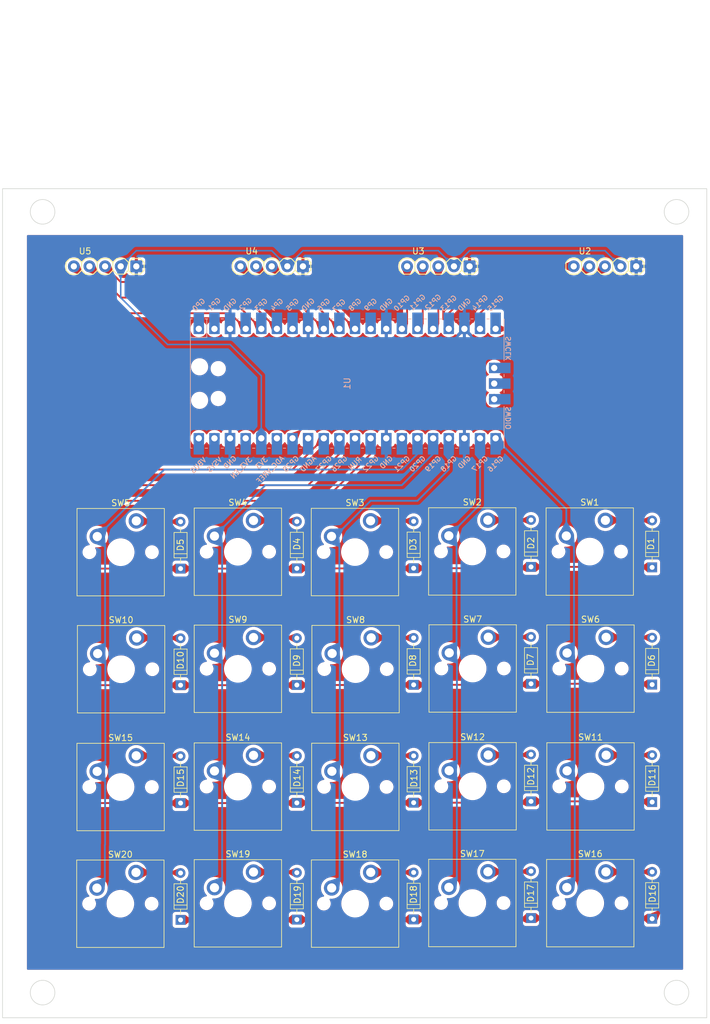
<source format=kicad_pcb>
(kicad_pcb (version 20221018) (generator pcbnew)
  (layers (0 "F.Cu" signal) (31 "B.Cu" signal) (34 "B.Paste" user) (35 "F.Paste" user) (36 "B.SilkS" user "B.Silkscreen") (37 "F.SilkS" user "F.Silkscreen") (38 "B.Mask" user) (39 "F.Mask" user) (44 "Edge.Cuts" user))
  (net 0 "")
  (net 1 "Net-(D1-A)")
  (net 2 "Net-(D2-A)")
  (net 3 "Net-(D3-A)")
  (net 4 "Net-(D4-A)")
  (net 5 "Net-(D5-A)")
  (net 6 "Net-(D6-A)")
  (net 7 "Net-(D7-A)")
  (net 8 "Net-(D8-A)")
  (net 9 "Net-(D9-A)")
  (net 10 "Net-(D10-A)")
  (net 11 "Net-(D11-A)")
  (net 12 "Net-(D12-A)")
  (net 13 "Net-(D13-A)")
  (net 14 "Net-(D14-A)")
  (net 15 "Net-(D15-A)")
  (net 16 "Net-(D16-A)")
  (net 17 "Net-(D17-A)")
  (net 18 "Net-(D18-A)")
  (net 19 "Net-(D19-A)")
  (net 20 "Net-(D20-A)")
  (net 25 "GNDREF")
  (net 36 "/U2_CLK")
  (net 37 "/U2_SW")
  (net 38 "/U2_DT")
  (net 39 "/3V3")
  (net 40 "/U3_SW")
  (net 41 "/U3_DT")
  (net 42 "/U3_CLK")
  (net 43 "/U4_SW")
  (net 44 "/U4_DT")
  (net 45 "/U4_CLK")
  (net 46 "/U5_SW")
  (net 47 "/U5_DT")
  (net 48 "/U5_CLK")
  (net 49 "/MTX_COL_1")
  (net 50 "/MTX_COL_2")
  (net 51 "/MTX_COL_3")
  (net 52 "/MTX_COL_4")
  (net 53 "/MTX_COL_5")
  (net 54 "/MTX_ROW_1")
  (net 55 "/MTX_ROW_2")
  (net 56 "/MTX_ROW_3")
  (net 57 "/MTX_ROW_4")
  (footprint "PCM_4ms_Diode:D_DO-35_P7.62mm_Horizontal" (layer "F.Cu") (at 107.356296 127.520763 90)
    (fp_text reference "D7")
    (fp_text value "1N4148" hide)
  )
  (footprint "PCM_Switch_Keyboard_Cherry_MX:SW_Cherry_MX_PCB" (layer "F.Cu") (at 59.69377 128.901688)
    (fp_text reference "SW9")
    (fp_text value "CherryMX")
  )
  (footprint "PCM_Switch_Keyboard_Cherry_MX:SW_Cherry_MX_PCB" (layer "F.Cu") (at 78.82896 128.948738)
    (fp_text reference "SW8")
    (fp_text value "CherryMX")
  )
  (footprint "PCM_4ms_Diode:D_DO-35_P7.62mm_Horizontal" (layer "F.Cu") (at 88.272288 165.81181 90)
    (fp_text reference "D18")
    (fp_text value "1N4148" hide)
  )
  (footprint "Custom:KY-040-PORT" (layer "F.Cu") (at 66.463333 63.5)
    (fp_text reference "U4")
    (fp_text value "KY-040")
  )
  (footprint "PCM_Switch_Keyboard_Cherry_MX:SW_Cherry_MX_PCB" (layer "F.Cu") (at 40.703256 128.969053)
    (fp_text reference "SW10")
    (fp_text value "CherryMX")
  )
  (footprint "PCM_Switch_Keyboard_Cherry_MX:SW_Cherry_MX_PCB" (layer "F.Cu") (at 97.800833 109.827787)
    (fp_text reference "SW2")
    (fp_text value "CherryMX")
  )
  (footprint "PCM_4ms_Diode:D_DO-35_P7.62mm_Horizontal" (layer "F.Cu") (at 88.272288 146.846368 90)
    (fp_text reference "D13")
    (fp_text value "1N4148" hide)
  )
  (footprint "PCM_4ms_Diode:D_DO-35_P7.62mm_Horizontal" (layer "F.Cu") (at 127.052471 127.654936 90)
    (fp_text reference "D6")
    (fp_text value "1N4148" hide)
  )
  (footprint "PCM_4ms_Diode:D_DO-35_P7.62mm_Horizontal" (layer "F.Cu") (at 50.373207 108.805592 90)
    (fp_text reference "D5")
    (fp_text value "1N4148" hide)
  )
  (footprint "PCM_Switch_Keyboard_Cherry_MX:SW_Cherry_MX_PCB" (layer "F.Cu") (at 116.907365 109.852171)
    (fp_text reference "SW1")
    (fp_text value "CherryMX")
  )
  (footprint "PCM_Switch_Keyboard_Cherry_MX:SW_Cherry_MX_PCB" (layer "F.Cu") (at 97.853657 147.99108)
    (fp_text reference "SW12")
    (fp_text value "CherryMX")
  )
  (footprint "PCM_Switch_Keyboard_Cherry_MX:SW_Cherry_MX_PCB" (layer "F.Cu") (at 40.623487 148.110856)
    (fp_text reference "SW15")
    (fp_text value "CherryMX")
  )
  (footprint "PCM_4ms_Diode:D_DO-35_P7.62mm_Horizontal" (layer "F.Cu") (at 69.282068 146.878627 90)
    (fp_text reference "D14")
    (fp_text value "1N4148" hide)
  )
  (footprint "PCM_4ms_Diode:D_DO-35_P7.62mm_Horizontal" (layer "F.Cu") (at 127.052471 165.707223 90)
    (fp_text reference "D16")
    (fp_text value "1N4148" hide)
  )
  (footprint "Custom:KY-040-PORT" (layer "F.Cu") (at 39.37 63.5)
    (fp_text reference "U5")
    (fp_text value "KY-040")
  )
  (footprint "PCM_4ms_Diode:D_DO-35_P7.62mm_Horizontal" (layer "F.Cu") (at 107.356296 165.595369 90)
    (fp_text reference "D17")
    (fp_text value "1N4148" hide)
  )
  (footprint "PCM_Switch_Keyboard_Cherry_MX:SW_Cherry_MX_PCB" (layer "F.Cu") (at 97.812981 166.956457)
    (fp_text reference "SW17")
    (fp_text value "CherryMX")
  )
  (footprint "PCM_4ms_Diode:D_DO-35_P7.62mm_Horizontal" (layer "F.Cu") (at 107.356296 108.529126 90)
    (fp_text reference "D2")
    (fp_text value "1N4148" hide)
  )
  (footprint "PCM_Switch_Keyboard_Cherry_MX:SW_Cherry_MX_PCB" (layer "F.Cu") (at 117.027754 128.873661)
    (fp_text reference "SW6")
    (fp_text value "CherryMX")
  )
  (footprint "PCM_Switch_Keyboard_Cherry_MX:SW_Cherry_MX_PCB" (layer "F.Cu") (at 78.750816 167.055918)
    (fp_text reference "SW18")
    (fp_text value "CherryMX")
  )
  (footprint "PCM_Switch_Keyboard_Cherry_MX:SW_Cherry_MX_PCB" (layer "F.Cu") (at 78.790768 148.090541)
    (fp_text reference "SW13")
    (fp_text value "CherryMX")
  )
  (footprint "PCM_Switch_Keyboard_Cherry_MX:SW_Cherry_MX_PCB" (layer "F.Cu") (at 59.69377 109.880198)
    (fp_text reference "SW4")
    (fp_text value "CherryMX")
  )
  (footprint "PCM_4ms_Diode:D_DO-35_P7.62mm_Horizontal" (layer "F.Cu") (at 127.052471 108.609776 90)
    (fp_text reference "D1")
    (fp_text value "1N4148" hide)
  )
  (footprint "PCM_Switch_Keyboard_Cherry_MX:SW_Cherry_MX_PCB" (layer "F.Cu") (at 97.87106 128.849277)
    (fp_text reference "SW7")
    (fp_text value "CherryMX")
  )
  (footprint "PCM_Switch_Keyboard_Cherry_MX:SW_Cherry_MX_PCB" (layer "F.Cu") (at 116.98974 166.980841)
    (fp_text reference "SW16")
    (fp_text value "CherryMX")
  )
  (footprint "PCM_Switch_Keyboard_Cherry_MX:SW_Cherry_MX_PCB" (layer "F.Cu") (at 59.69377 148.043491)
    (fp_text reference "SW14")
    (fp_text value "CherryMX")
  )
  (footprint "PCM_4ms_Diode:D_DO-35_P7.62mm_Horizontal" (layer "F.Cu") (at 69.282068 165.844069 90)
    (fp_text reference "D19")
    (fp_text value "1N4148" hide)
  )
  (footprint "PCM_Switch_Keyboard_Cherry_MX:SW_Cherry_MX_PCB" (layer "F.Cu") (at 40.584983 167.076233)
    (fp_text reference "SW20")
    (fp_text value "CherryMX")
  )
  (footprint "PCM_4ms_Diode:D_DO-35_P7.62mm_Horizontal" (layer "F.Cu") (at 50.373207 127.752166 90)
    (fp_text reference "D10")
    (fp_text value "1N4148" hide)
  )
  (footprint "Custom:KY-040-PORT" (layer "F.Cu") (at 120.65 63.5)
    (fp_text reference "U2")
    (fp_text value "KY-040")
  )
  (footprint "PCM_4ms_Diode:D_DO-35_P7.62mm_Horizontal" (layer "F.Cu") (at 88.272288 108.744842 90)
    (fp_text reference "D3")
    (fp_text value "1N4148" hide)
  )
  (footprint "PCM_4ms_Diode:D_DO-35_P7.62mm_Horizontal" (layer "F.Cu") (at 88.272288 127.691416 90)
    (fp_text reference "D8")
    (fp_text value "1N4148" hide)
  )
  (footprint "PCM_Switch_Keyboard_Cherry_MX:SW_Cherry_MX_PCB" (layer "F.Cu") (at 78.728636 109.927248)
    (fp_text reference "SW3")
    (fp_text value "CherryMX")
  )
  (footprint "PCM_4ms_Diode:D_DO-35_P7.62mm_Horizontal" (layer "F.Cu") (at 50.373207 165.893524 90)
    (fp_text reference "D20")
    (fp_text value "1N4148" hide)
  )
  (footprint "PCM_Switch_Keyboard_Cherry_MX:SW_Cherry_MX_PCB" (layer "F.Cu") (at 117.03114 148.015464)
    (fp_text reference "SW11")
    (fp_text value "CherryMX")
  )
  (footprint "PCM_4ms_Diode:D_DO-35_P7.62mm_Horizontal" (layer "F.Cu") (at 50.373207 146.907118 90)
    (fp_text reference "D15")
    (fp_text value "1N4148" hide)
  )
  (footprint "PCM_4ms_Diode:D_DO-35_P7.62mm_Horizontal" (layer "F.Cu") (at 107.356296 146.629927 90)
    (fp_text reference "D12")
    (fp_text value "1N4148" hide)
  )
  (footprint "Custom:KY-040-PORT" (layer "F.Cu") (at 93.556666 63.5)
    (fp_text reference "U3")
    (fp_text value "KY-040")
  )
  (footprint "PCM_Switch_Keyboard_Cherry_MX:SW_Cherry_MX_PCB" (layer "F.Cu") (at 59.69377 167.008868)
    (fp_text reference "SW19")
    (fp_text value "CherryMX")
  )
  (footprint "PCM_Switch_Keyboard_Cherry_MX:SW_Cherry_MX_PCB" (layer "F.Cu") (at 40.638114 109.947563)
    (fp_text reference "SW5")
    (fp_text value "CherryMX")
  )
  (footprint "PCM_4ms_Diode:D_DO-35_P7.62mm_Horizontal" (layer "F.Cu") (at 127.052471 146.741781 90)
    (fp_text reference "D11")
    (fp_text value "1N4148" hide)
  )
  (footprint "PCM_4ms_Diode:D_DO-35_P7.62mm_Horizontal" (layer "F.Cu") (at 69.282068 108.777101 90)
    (fp_text reference "D4")
    (fp_text value "1N4148" hide)
  )
  (footprint "PCM_4ms_Diode:D_DO-35_P7.62mm_Horizontal" (layer "F.Cu") (at 69.282068 127.723675 90)
    (fp_text reference "D9")
    (fp_text value "1N4148" hide)
  )
  (footprint "Custom:RPi_Pico_SMD_TH" (layer "B.Cu") (at 77.47 82.55 -90)
    (fp_text reference "U1")
    (fp_text value "Pico")
  )
  (gr_circle (center 131.013913 54.638798) (end 133.013913 54.638798) (stroke (width 0.1)) (fill none) (layer "Edge.Cuts"))
  (gr_rect (start 21.4298 50.882825) (end 135.932217 185.606694) (stroke (width 0.1)) (fill none) (layer "Edge.Cuts"))
  (gr_circle (center 27.94 181.519038) (end 29.94 181.519038) (stroke (width 0.1)) (fill none) (layer "Edge.Cuts"))
  (gr_circle (center 27.94 54.638798) (end 29.94 54.638798) (stroke (width 0.1)) (fill none) (layer "Edge.Cuts"))
  (gr_circle (center 131.013913 181.519038) (end 133.013913 181.519038) (stroke (width 0.1)) (fill none) (layer "Edge.Cuts"))
  (segment (start 127.024866 104.772171) (end 127.052471 104.799776) (width 0.3) (layer "F.Cu") (net 1))
  (segment (start 119.447365 104.772171) (end 127.024866 104.772171) (width 0.3) (layer "F.Cu") (net 1))
  (segment (start 100.340833 104.747787) (end 107.327635 104.747787) (width 0.3) (layer "F.Cu") (net 2))
  (segment (start 107.327635 104.747787) (end 107.356296 104.719126) (width 0.3) (layer "F.Cu") (net 2))
  (segment (start 88.184694 104.847248) (end 88.272288 104.934842) (width 0.3) (layer "F.Cu") (net 3))
  (segment (start 88.208273 104.806813) (end 88.336302 104.934842) (width 0.3) (layer "F.Cu") (net 3))
  (segment (start 81.268636 104.847248) (end 88.184694 104.847248) (width 0.3) (layer "F.Cu") (net 3))
  (segment (start 69.218053 104.839072) (end 69.346082 104.967101) (width 0.3) (layer "F.Cu") (net 4))
  (segment (start 62.23377 104.800198) (end 69.115165 104.800198) (width 0.3) (layer "F.Cu") (net 4))
  (segment (start 69.115165 104.800198) (end 69.282068 104.967101) (width 0.3) (layer "F.Cu") (net 4))
  (segment (start 43.306143 104.995592) (end 43.178114 104.867563) (width 0.3) (layer "F.Cu") (net 5))
  (segment (start 50.373207 104.995592) (end 43.306143 104.995592) (width 0.3) (layer "F.Cu") (net 5))
  (segment (start 50.309192 104.867563) (end 50.437221 104.995592) (width 0.3) (layer "F.Cu") (net 5))
  (segment (start 119.567754 123.793661) (end 127.001196 123.793661) (width 0.3) (layer "F.Cu") (net 6))
  (segment (start 127.001196 123.793661) (end 127.052471 123.844936) (width 0.3) (layer "F.Cu") (net 6))
  (segment (start 100.41106 123.769277) (end 107.297782 123.769277) (width 0.3) (layer "F.Cu") (net 7))
  (segment (start 107.297782 123.769277) (end 107.356296 123.710763) (width 0.3) (layer "F.Cu") (net 7))
  (segment (start 81.36896 123.868738) (end 88.25961 123.868738) (width 0.3) (layer "F.Cu") (net 8))
  (segment (start 88.25961 123.868738) (end 88.272288 123.881416) (width 0.3) (layer "F.Cu") (net 8))
  (segment (start 62.23377 123.821688) (end 69.190081 123.821688) (width 0.3) (layer "F.Cu") (net 9))
  (segment (start 69.190081 123.821688) (end 69.282068 123.913675) (width 0.3) (layer "F.Cu") (net 9))
  (segment (start 43.243256 123.889053) (end 50.320094 123.889053) (width 0.3) (layer "F.Cu") (net 10))
  (segment (start 50.320094 123.889053) (end 50.373207 123.942166) (width 0.3) (layer "F.Cu") (net 10))
  (segment (start 119.57114 142.935464) (end 127.048788 142.935464) (width 0.3) (layer "F.Cu") (net 11))
  (segment (start 127.048788 142.935464) (end 127.052471 142.931781) (width 0.3) (layer "F.Cu") (net 11))
  (segment (start 100.393657 142.91108) (end 107.265143 142.91108) (width 0.3) (layer "F.Cu") (net 12))
  (segment (start 107.265143 142.91108) (end 107.356296 142.819927) (width 0.3) (layer "F.Cu") (net 12))
  (segment (start 81.330768 143.010541) (end 88.246461 143.010541) (width 0.3) (layer "F.Cu") (net 13))
  (segment (start 88.246461 143.010541) (end 88.272288 143.036368) (width 0.3) (layer "F.Cu") (net 13))
  (segment (start 69.176932 142.963491) (end 69.282068 143.068627) (width 0.3) (layer "F.Cu") (net 14))
  (segment (start 62.23377 142.963491) (end 69.176932 142.963491) (width 0.3) (layer "F.Cu") (net 14))
  (segment (start 50.306945 143.030856) (end 50.373207 143.097118) (width 0.3) (layer "F.Cu") (net 15))
  (segment (start 43.163487 143.030856) (end 50.306945 143.030856) (width 0.3) (layer "F.Cu") (net 15))
  (segment (start 119.52974 161.900841) (end 127.048853 161.900841) (width 0.3) (layer "F.Cu") (net 16))
  (segment (start 127.048853 161.900841) (end 127.052471 161.897223) (width 0.3) (layer "F.Cu") (net 16))
  (segment (start 107.265208 161.876457) (end 107.356296 161.785369) (width 0.3) (layer "F.Cu") (net 17))
  (segment (start 100.352981 161.876457) (end 107.265208 161.876457) (width 0.3) (layer "F.Cu") (net 17))
  (segment (start 88.246396 161.975918) (end 88.272288 162.00181) (width 0.3) (layer "F.Cu") (net 18))
  (segment (start 81.290816 161.975918) (end 88.246396 161.975918) (width 0.3) (layer "F.Cu") (net 18))
  (segment (start 62.23377 161.928868) (end 69.176867 161.928868) (width 0.3) (layer "F.Cu") (net 19))
  (segment (start 69.176867 161.928868) (end 69.282068 162.034069) (width 0.3) (layer "F.Cu") (net 19))
  (segment (start 50.285916 161.996233) (end 50.373207 162.083524) (width 0.3) (layer "F.Cu") (net 20))
  (segment (start 43.124983 161.996233) (end 50.285916 161.996233) (width 0.3) (layer "F.Cu") (net 20))
  (segment (start 114.3 63.5) (end 101.6 63.5) (width 0.3) (layer "F.Cu") (net 36))
  (segment (start 93.98 71.12) (end 93.98 73.66) (width 0.3) (layer "F.Cu") (net 36))
  (segment (start 101.6 63.5) (end 93.98 71.12) (width 0.3) (layer "F.Cu") (net 36))
  (segment (start 109.22 73.66) (end 101.6 73.66) (width 0.3) (layer "F.Cu") (net 37))
  (segment (start 119.38 63.5) (end 109.22 73.66) (width 0.3) (layer "F.Cu") (net 37))
  (segment (start 104.14 66.04) (end 99.06 71.12) (width 0.3) (layer "F.Cu") (net 38))
  (segment (start 116.84 63.5) (end 114.3 66.04) (width 0.3) (layer "F.Cu") (net 38))
  (segment (start 99.06 71.12) (end 99.06 73.66) (width 0.3) (layer "F.Cu") (net 38))
  (segment (start 114.3 66.04) (end 104.14 66.04) (width 0.3) (layer "F.Cu") (net 38))
  (segment (start 92.286666 60.96) (end 94.826666 63.5) (width 0.25) (layer "B.Cu") (net 39))
  (segment (start 65.193333 60.96) (end 67.733333 63.5) (width 0.25) (layer "B.Cu") (net 39))
  (segment (start 40.64 68.58) (end 40.64 63.5) (width 0.25) (layer "B.Cu") (net 39))
  (segment (start 97.366666 60.96) (end 119.38 60.96) (width 0.25) (layer "B.Cu") (net 39))
  (segment (start 119.38 60.96) (end 121.92 63.5) (width 0.25) (layer "B.Cu") (net 39))
  (segment (start 58.42 76.2) (end 48.26 76.2) (width 0.25) (layer "B.Cu") (net 39))
  (segment (start 40.64 63.5) (end 43.18 60.96) (width 0.25) (layer "B.Cu") (net 39))
  (segment (start 70.273333 60.96) (end 92.286666 60.96) (width 0.25) (layer "B.Cu") (net 39))
  (segment (start 48.26 76.2) (end 40.64 68.58) (width 0.25) (layer "B.Cu") (net 39))
  (segment (start 67.733333 63.5) (end 70.273333 60.96) (width 0.25) (layer "B.Cu") (net 39))
  (segment (start 63.5 81.28) (end 58.42 76.2) (width 0.25) (layer "B.Cu") (net 39))
  (segment (start 63.5 91.44) (end 63.5 81.28) (width 0.25) (layer "B.Cu") (net 39))
  (segment (start 94.826666 63.5) (end 97.366666 60.96) (width 0.25) (layer "B.Cu") (net 39))
  (segment (start 43.18 60.96) (end 65.193333 60.96) (width 0.25) (layer "B.Cu") (net 39))
  (segment (start 92.286666 63.5) (end 92.286666 72.813334) (width 0.3) (layer "F.Cu") (net 40))
  (segment (start 92.286666 72.813334) (end 91.44 73.66) (width 0.3) (layer "F.Cu") (net 40))
  (segment (start 89.746666 63.5) (end 89.746666 72.813334) (width 0.3) (layer "F.Cu") (net 41))
  (segment (start 89.746666 72.813334) (end 88.9 73.66) (width 0.3) (layer "F.Cu") (net 41))
  (segment (start 87.206666 63.5) (end 87.206666 72.813334) (width 0.3) (layer "F.Cu") (net 42))
  (segment (start 87.206666 72.813334) (end 86.36 73.66) (width 0.3) (layer "F.Cu") (net 42))
  (segment (start 71.12 66.04) (end 78.74 73.66) (width 0.3) (layer "F.Cu") (net 43))
  (segment (start 65.193333 63.5) (end 67.733333 66.04) (width 0.3) (layer "F.Cu") (net 43))
  (segment (start 67.733333 66.04) (end 71.12 66.04) (width 0.3) (layer "F.Cu") (net 43))
  (segment (start 70.021235 67.481235) (end 76.2 73.66) (width 0.3) (layer "F.Cu") (net 44))
  (segment (start 66.634568 67.481235) (end 70.021235 67.481235) (width 0.3) (layer "F.Cu") (net 44))
  (segment (start 62.653333 63.5) (end 66.634568 67.481235) (width 0.3) (layer "F.Cu") (net 44))
  (segment (start 65.193333 68.58) (end 68.58 68.58) (width 0.3) (layer "F.Cu") (net 45))
  (segment (start 68.58 68.58) (end 73.66 73.66) (width 0.3) (layer "F.Cu") (net 45))
  (segment (start 60.113333 63.5) (end 65.193333 68.58) (width 0.3) (layer "F.Cu") (net 45))
  (segment (start 38.1 63.5) (end 40.64 66.04) (width 0.3) (layer "F.Cu") (net 46))
  (segment (start 40.64 66.04) (end 58.42 66.04) (width 0.3) (layer "F.Cu") (net 46))
  (segment (start 58.42 66.04) (end 66.04 73.66) (width 0.3) (layer "F.Cu") (net 46))
  (segment (start 40.64 68.58) (end 58.42 68.58) (width 0.3) (layer "F.Cu") (net 47))
  (segment (start 35.56 63.5) (end 40.64 68.58) (width 0.3) (layer "F.Cu") (net 47))
  (segment (start 58.42 68.58) (end 63.5 73.66) (width 0.3) (layer "F.Cu") (net 47))
  (segment (start 40.64 71.12) (end 58.42 71.12) (width 0.3) (layer "F.Cu") (net 48))
  (segment (start 33.02 63.5) (end 40.64 71.12) (width 0.3) (layer "F.Cu") (net 48))
  (segment (start 58.42 71.12) (end 60.96 73.66) (width 0.3) (layer "F.Cu") (net 48))
  (segment (start 114.347364 125.204051) (end 113.217754 126.333661) (width 0.3) (layer "B.Cu") (net 49))
  (segment (start 113.217754 126.333661) (end 114.467753 127.58366) (width 0.3) (layer "B.Cu") (net 49))
  (segment (start 113.097365 102.937365) (end 101.6 91.44) (width 0.3) (layer "B.Cu") (net 49))
  (segment (start 114.471139 163.149442) (end 113.17974 164.440841) (width 0.3) (layer "B.Cu") (net 49))
  (segment (start 114.471139 146.725463) (end 114.471139 163.149442) (width 0.3) (layer "B.Cu") (net 49))
  (segment (start 114.347364 108.56217) (end 114.347364 125.204051) (width 0.3) (layer "B.Cu") (net 49))
  (segment (start 113.097365 107.312171) (end 113.097365 102.937365) (width 0.3) (layer "B.Cu") (net 49))
  (segment (start 113.22114 145.475464) (end 114.471139 146.725463) (width 0.3) (layer "B.Cu") (net 49))
  (segment (start 114.467753 144.228851) (end 113.22114 145.475464) (width 0.3) (layer "B.Cu") (net 49))
  (segment (start 114.467753 127.58366) (end 114.467753 144.228851) (width 0.3) (layer "B.Cu") (net 49))
  (segment (start 113.097365 107.312171) (end 114.347364 108.56217) (width 0.3) (layer "B.Cu") (net 49))
  (segment (start 95.293656 146.701079) (end 95.293656 163.125782) (width 0.3) (layer "B.Cu") (net 50))
  (segment (start 95.248056 108.54501) (end 95.248056 125.122281) (width 0.3) (layer "B.Cu") (net 50))
  (segment (start 99.06 102.21862) (end 99.06 91.44) (width 0.3) (layer "B.Cu") (net 50))
  (segment (start 93.990833 107.287787) (end 99.06 102.21862) (width 0.3) (layer "B.Cu") (net 50))
  (segment (start 95.311059 144.183678) (end 94.043657 145.45108) (width 0.3) (layer "B.Cu") (net 50))
  (segment (start 93.990833 107.287787) (end 95.248056 108.54501) (width 0.3) (layer "B.Cu") (net 50))
  (segment (start 95.293656 163.125782) (end 94.002981 164.416457) (width 0.3) (layer "B.Cu") (net 50))
  (segment (start 95.311059 127.559276) (end 95.311059 144.183678) (width 0.3) (layer "B.Cu") (net 50))
  (segment (start 94.043657 145.45108) (end 95.293656 146.701079) (width 0.3) (layer "B.Cu") (net 50))
  (segment (start 95.248056 125.122281) (end 94.06106 126.309277) (width 0.3) (layer "B.Cu") (net 50))
  (segment (start 94.06106 126.309277) (end 95.311059 127.559276) (width 0.3) (layer "B.Cu") (net 50))
  (segment (start 74.918636 107.387248) (end 75.492752 107.387248) (width 0.3) (layer "B.Cu") (net 51))
  (segment (start 76.230767 163.225967) (end 74.940816 164.515918) (width 0.3) (layer "B.Cu") (net 51))
  (segment (start 75.01896 126.408738) (end 76.268959 127.658737) (width 0.3) (layer "B.Cu") (net 51))
  (segment (start 75.492752 107.387248) (end 81.28 101.6) (width 0.3) (layer "B.Cu") (net 51))
  (segment (start 74.918636 107.387248) (end 76.2 108.668612) (width 0.3) (layer "B.Cu") (net 51))
  (segment (start 74.980768 145.550541) (end 76.230767 146.80054) (width 0.3) (layer "B.Cu") (net 51))
  (segment (start 88.9 101.6) (end 93.98 96.52) (width 0.3) (layer "B.Cu") (net 51))
  (segment (start 76.268959 127.658737) (end 76.268959 144.26235) (width 0.3) (layer "B.Cu") (net 51))
  (segment (start 81.28 101.6) (end 88.9 101.6) (width 0.3) (layer "B.Cu") (net 51))
  (segment (start 93.98 96.52) (end 93.98 91.44) (width 0.3) (layer "B.Cu") (net 51))
  (segment (start 76.268959 144.26235) (end 74.980768 145.550541) (width 0.3) (layer "B.Cu") (net 51))
  (segment (start 76.2 108.668612) (end 76.2 125.227698) (width 0.3) (layer "B.Cu") (net 51))
  (segment (start 76.2 125.227698) (end 75.01896 126.408738) (width 0.3) (layer "B.Cu") (net 51))
  (segment (start 76.230767 146.80054) (end 76.230767 163.225967) (width 0.3) (layer "B.Cu") (net 51))
  (segment (start 57.133769 144.253492) (end 55.88377 145.503491) (width 0.3) (layer "B.Cu") (net 52))
  (segment (start 57.133769 125.111689) (end 55.88377 126.361688) (width 0.3) (layer "B.Cu") (net 52))
  (segment (start 57.133769 108.590197) (end 57.133769 125.111689) (width 0.3) (layer "B.Cu") (net 52))
  (segment (start 57.133769 146.75349) (end 57.133769 163.218869) (width 0.3) (layer "B.Cu") (net 52))
  (segment (start 57.133769 163.218869) (end 55.88377 164.468868) (width 0.3) (layer "B.Cu") (net 52))
  (segment (start 55.88377 107.340198) (end 64.163968 99.06) (width 0.3) (layer "B.Cu") (net 52))
  (segment (start 91.44 93.98) (end 91.44 91.44) (width 0.3) (layer "B.Cu") (net 52))
  (segment (start 55.88377 107.340198) (end 57.133769 108.590197) (width 0.3) (layer "B.Cu") (net 52))
  (segment (start 64.163968 99.06) (end 86.36 99.06) (width 0.3) (layer "B.Cu") (net 52))
  (segment (start 55.88377 126.361688) (end 57.133769 127.611687) (width 0.3) (layer "B.Cu") (net 52))
  (segment (start 86.36 99.06) (end 91.44 93.98) (width 0.3) (layer "B.Cu") (net 52))
  (segment (start 57.133769 127.611687) (end 57.133769 144.253492) (width 0.3) (layer "B.Cu") (net 52))
  (segment (start 55.88377 145.503491) (end 57.133769 146.75349) (width 0.3) (layer "B.Cu") (net 52))
  (segment (start 36.813487 145.570856) (end 38.1 146.857369) (width 0.3) (layer "B.Cu") (net 53))
  (segment (start 38.063486 163.24773) (end 36.774983 164.536233) (width 0.3) (layer "B.Cu") (net 53))
  (segment (start 88.9 93.98) (end 88.9 91.44) (width 0.3) (layer "B.Cu") (net 53))
  (segment (start 38.1 125.222309) (end 36.893256 126.429053) (width 0.3) (layer "B.Cu") (net 53))
  (segment (start 38.1 146.857369) (end 38.1 157.48) (width 0.3) (layer "B.Cu") (net 53))
  (segment (start 38.143255 127.679052) (end 38.143255 144.241088) (width 0.3) (layer "B.Cu") (net 53))
  (segment (start 38.1 157.48) (end 38.063486 157.516514) (width 0.3) (layer "B.Cu") (net 53))
  (segment (start 86.36 96.52) (end 88.9 93.98) (width 0.3) (layer "B.Cu") (net 53))
  (segment (start 38.063486 157.516514) (end 38.063486 163.24773) (width 0.3) (layer "B.Cu") (net 53))
  (segment (start 47.715677 96.52) (end 86.36 96.52) (width 0.3) (layer "B.Cu") (net 53))
  (segment (start 38.1 108.679449) (end 36.828114 107.407563) (width 0.3) (layer "B.Cu") (net 53))
  (segment (start 38.143255 144.241088) (end 36.813487 145.570856) (width 0.3) (layer "B.Cu") (net 53))
  (segment (start 36.828114 107.407563) (end 47.715677 96.52) (width 0.3) (layer "B.Cu") (net 53))
  (segment (start 36.893256 126.429053) (end 38.143255 127.679052) (width 0.3) (layer "B.Cu") (net 53))
  (segment (start 38.1 108.679449) (end 38.1 125.222309) (width 0.3) (layer "B.Cu") (net 53))
  (segment (start 69.282068 112.587101) (end 88.240029 112.587101) (width 0.3) (layer "F.Cu") (net 54))
  (segment (start 81.28 93.98) (end 81.28 91.44) (width 0.3) (layer "F.Cu") (net 54))
  (segment (start 88.240029 112.587101) (end 88.272288 112.554842) (width 0.3) (layer "F.Cu") (net 54))
  (segment (start 50.373207 112.615592) (end 69.253577 112.615592) (width 0.3) (layer "F.Cu") (net 54))
  (segment (start 88.248763 112.507792) (end 88.295813 112.554842) (width 0.3) (layer "F.Cu") (net 54))
  (segment (start 33.02 109.212571) (end 36.423021 112.615592) (width 0.3) (layer "F.Cu") (net 54))
  (segment (start 107.14058 112.554842) (end 107.356296 112.339126) (width 0.3) (layer "F.Cu") (net 54))
  (segment (start 69.253577 112.615592) (end 69.282068 112.587101) (width 0.3) (layer "F.Cu") (net 54))
  (segment (start 107.306565 112.437862) (end 107.406026 112.338401) (width 0.3) (layer "F.Cu") (net 54))
  (segment (start 107.356296 112.339126) (end 126.971821 112.339126) (width 0.3) (layer "F.Cu") (net 54))
  (segment (start 126.971821 112.339126) (end 127.052471 112.419776) (width 0.3) (layer "F.Cu") (net 54))
  (segment (start 88.272288 112.554842) (end 107.14058 112.554842) (width 0.3) (layer "F.Cu") (net 54))
  (segment (start 36.423021 112.615592) (end 50.373207 112.615592) (width 0.3) (layer "F.Cu") (net 54))
  (segment (start 73.66 101.6) (end 81.28 93.98) (width 0.3) (layer "F.Cu") (net 54))
  (segment (start 33.02 106.68) (end 38.1 101.6) (width 0.3) (layer "F.Cu") (net 54))
  (segment (start 33.02 106.68) (end 33.02 109.212571) (width 0.3) (layer "F.Cu") (net 54))
  (segment (start 38.1 101.6) (end 73.66 101.6) (width 0.3) (layer "F.Cu") (net 54))
  (segment (start 69.248385 112.654466) (end 69.31575 112.587101) (width 0.3) (layer "F.Cu") (net 54))
  (segment (start 50.373207 131.562166) (end 69.253577 131.562166) (width 0.3) (layer "F.Cu") (net 55))
  (segment (start 107.185643 131.501416) (end 107.356296 131.330763) (width 0.3) (layer "F.Cu") (net 55))
  (segment (start 88.240029 131.533675) (end 88.272288 131.501416) (width 0.3) (layer "F.Cu") (net 55))
  (segment (start 126.918298 131.330763) (end 127.052471 131.464936) (width 0.3) (layer "F.Cu") (net 55))
  (segment (start 107.356296 131.330763) (end 126.918298 131.330763) (width 0.3) (layer "F.Cu") (net 55))
  (segment (start 30.48 125.628919) (end 30.48 104.14) (width 0.3) (layer "F.Cu") (net 55))
  (segment (start 71.12 99.06) (end 76.2 93.98) (width 0.3) (layer "F.Cu") (net 55))
  (segment (start 88.272288 131.501416) (end 107.185643 131.501416) (width 0.3) (layer "F.Cu") (net 55))
  (segment (start 50.373207 131.562166) (end 36.413247 131.562166) (width 0.3) (layer "F.Cu") (net 55))
  (segment (start 36.413247 131.562166) (end 30.48 125.628919) (width 0.3) (layer "F.Cu") (net 55))
  (segment (start 69.282068 131.533675) (end 88.240029 131.533675) (width 0.3) (layer "F.Cu") (net 55))
  (segment (start 35.56 99.06) (end 71.12 99.06) (width 0.3) (layer "F.Cu") (net 55))
  (segment (start 69.253577 131.562166) (end 69.282068 131.533675) (width 0.3) (layer "F.Cu") (net 55))
  (segment (start 30.48 104.14) (end 35.56 99.06) (width 0.3) (layer "F.Cu") (net 55))
  (segment (start 76.2 93.98) (end 76.2 91.44) (width 0.3) (layer "F.Cu") (net 55))
  (segment (start 50.373207 150.717118) (end 36.346627 150.717118) (width 0.3) (layer "F.Cu") (net 56))
  (segment (start 69.253577 150.717118) (end 69.282068 150.688627) (width 0.3) (layer "F.Cu") (net 56))
  (segment (start 126.940617 150.439927) (end 127.052471 150.551781) (width 0.3) (layer "F.Cu") (net 56))
  (segment (start 50.373207 150.717118) (end 69.253577 150.717118) (width 0.3) (layer "F.Cu") (net 56))
  (segment (start 36.346627 150.717118) (end 27.94 142.310491) (width 0.3) (layer "F.Cu") (net 56))
  (segment (start 107.139855 150.656368) (end 107.356296 150.439927) (width 0.3) (layer "F.Cu") (net 56))
  (segment (start 68.58 96.52) (end 73.66 91.44) (width 0.3) (layer "F.Cu") (net 56))
  (segment (start 88.272288 150.656368) (end 107.139855 150.656368) (width 0.3) (layer "F.Cu") (net 56))
  (segment (start 27.94 142.310491) (end 27.94 101.6) (width 0.3) (layer "F.Cu") (net 56))
  (segment (start 107.356296 150.439927) (end 126.940617 150.439927) (width 0.3) (layer "F.Cu") (net 56))
  (segment (start 33.02 96.52) (end 68.58 96.52) (width 0.3) (layer "F.Cu") (net 56))
  (segment (start 88.240029 150.688627) (end 88.272288 150.656368) (width 0.3) (layer "F.Cu") (net 56))
  (segment (start 69.282068 150.688627) (end 88.240029 150.688627) (width 0.3) (layer "F.Cu") (net 56))
  (segment (start 27.94 101.6) (end 33.02 96.52) (width 0.3) (layer "F.Cu") (net 56))
  (segment (start 127.052471 169.517223) (end 129.54 167.029694) (width 0.3) (layer "F.Cu") (net 57))
  (segment (start 69.232613 169.703524) (end 69.282068 169.654069) (width 0.3) (layer "F.Cu") (net 57))
  (segment (start 50.373207 169.703524) (end 69.232613 169.703524) (width 0.3) (layer "F.Cu") (net 57))
  (segment (start 116.84 88.9) (end 71.12 88.9) (width 0.3) (layer "F.Cu") (net 57))
  (segment (start 107.356296 169.405369) (end 126.940617 169.405369) (width 0.3) (layer "F.Cu") (net 57))
  (segment (start 88.240029 169.654069) (end 88.272288 169.62181) (width 0.3) (layer "F.Cu") (net 57))
  (segment (start 88.272288 169.62181) (end 107.139855 169.62181) (width 0.3) (layer "F.Cu") (net 57))
  (segment (start 126.940617 169.405369) (end 127.052471 169.517223) (width 0.3) (layer "F.Cu") (net 57))
  (segment (start 129.54 167.029694) (end 129.54 101.6) (width 0.3) (layer "F.Cu") (net 57))
  (segment (start 71.12 88.9) (end 68.58 91.44) (width 0.3) (layer "F.Cu") (net 57))
  (segment (start 129.54 101.6) (end 116.84 88.9) (width 0.3) (layer "F.Cu") (net 57))
  (segment (start 107.139855 169.62181) (end 107.356296 169.405369) (width 0.3) (layer "F.Cu") (net 57))
  (segment (start 69.282068 169.654069) (end 88.240029 169.654069) (width 0.3) (layer "F.Cu") (net 57))
  (zone (net 25) (net_name "GNDREF") (layers "F&B.Cu") (connect_pads (clearance 0.5)) (min_thickness 0.25) (fill yes (thermal_gap 0.5) (thermal_bridge_width 0.5))
    (polygon (pts (xy 132.08 177.8) (xy 25.4 177.8) (xy 25.4 58.42) (xy 132.08 58.42)))
  )
)
</source>
